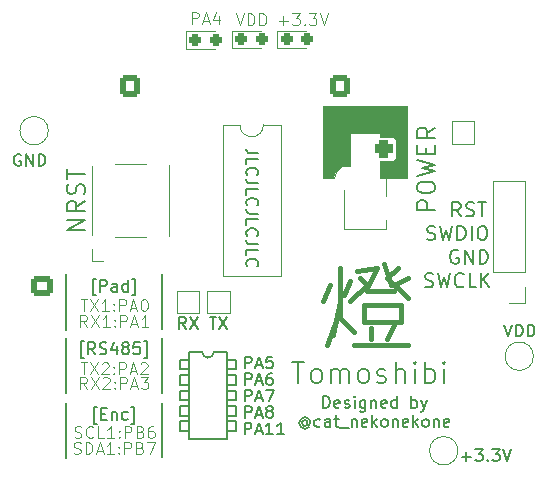
<source format=gbr>
%TF.GenerationSoftware,KiCad,Pcbnew,(6.0.11)*%
%TF.CreationDate,2024-03-01T02:38:12+09:00*%
%TF.ProjectId,Encoder,456e636f-6465-4722-9e6b-696361645f70,rev?*%
%TF.SameCoordinates,Original*%
%TF.FileFunction,Legend,Top*%
%TF.FilePolarity,Positive*%
%FSLAX46Y46*%
G04 Gerber Fmt 4.6, Leading zero omitted, Abs format (unit mm)*
G04 Created by KiCad (PCBNEW (6.0.11)) date 2024-03-01 02:38:12*
%MOMM*%
%LPD*%
G01*
G04 APERTURE LIST*
G04 Aperture macros list*
%AMRoundRect*
0 Rectangle with rounded corners*
0 $1 Rounding radius*
0 $2 $3 $4 $5 $6 $7 $8 $9 X,Y pos of 4 corners*
0 Add a 4 corners polygon primitive as box body*
4,1,4,$2,$3,$4,$5,$6,$7,$8,$9,$2,$3,0*
0 Add four circle primitives for the rounded corners*
1,1,$1+$1,$2,$3*
1,1,$1+$1,$4,$5*
1,1,$1+$1,$6,$7*
1,1,$1+$1,$8,$9*
0 Add four rect primitives between the rounded corners*
20,1,$1+$1,$2,$3,$4,$5,0*
20,1,$1+$1,$4,$5,$6,$7,0*
20,1,$1+$1,$6,$7,$8,$9,0*
20,1,$1+$1,$8,$9,$2,$3,0*%
G04 Aperture macros list end*
%ADD10C,0.150000*%
%ADD11C,0.130000*%
%ADD12C,0.200000*%
%ADD13C,0.120000*%
%ADD14C,0.420000*%
%ADD15C,0.160000*%
%ADD16C,0.210000*%
%ADD17C,2.000000*%
%ADD18RoundRect,0.237500X-0.287500X-0.237500X0.287500X-0.237500X0.287500X0.237500X-0.287500X0.237500X0*%
%ADD19R,1.700000X1.700000*%
%ADD20O,1.700000X1.700000*%
%ADD21R,1.500000X1.500000*%
%ADD22R,1.400000X1.600000*%
%ADD23R,2.000000X1.780000*%
%ADD24RoundRect,0.381000X-0.381000X-0.381000X0.381000X-0.381000X0.381000X0.381000X-0.381000X0.381000X0*%
%ADD25C,1.524000*%
%ADD26RoundRect,0.250000X-0.600000X-0.675000X0.600000X-0.675000X0.600000X0.675000X-0.600000X0.675000X0*%
%ADD27O,1.700000X1.850000*%
%ADD28RoundRect,0.250000X0.675000X-0.600000X0.675000X0.600000X-0.675000X0.600000X-0.675000X-0.600000X0*%
%ADD29O,1.850000X1.700000*%
G04 APERTURE END LIST*
D10*
X135800000Y-107800000D02*
X136900000Y-107800000D01*
X137700000Y-111900000D02*
X136900000Y-111900000D01*
X136900000Y-111900000D02*
X136900000Y-111100000D01*
X136900000Y-111100000D02*
X137700000Y-111100000D01*
X137700000Y-111100000D02*
X137700000Y-111900000D01*
X137700000Y-110600000D02*
X136900000Y-110600000D01*
X136900000Y-110600000D02*
X136900000Y-109800000D01*
X136900000Y-109800000D02*
X137700000Y-109800000D01*
X137700000Y-109800000D02*
X137700000Y-110600000D01*
X133700000Y-115200000D02*
X136900000Y-115200000D01*
X133700000Y-110600000D02*
X132900000Y-110600000D01*
X132900000Y-110600000D02*
X132900000Y-109800000D01*
X132900000Y-109800000D02*
X133700000Y-109800000D01*
X133700000Y-109800000D02*
X133700000Y-110600000D01*
X131400000Y-101250000D02*
X131400000Y-105900000D01*
X137700000Y-113200000D02*
X136900000Y-113200000D01*
X136900000Y-113200000D02*
X136900000Y-112400000D01*
X136900000Y-112400000D02*
X137700000Y-112400000D01*
X137700000Y-112400000D02*
X137700000Y-113200000D01*
X137700000Y-114500000D02*
X136900000Y-114500000D01*
X136900000Y-114500000D02*
X136900000Y-113700000D01*
X136900000Y-113700000D02*
X137700000Y-113700000D01*
X137700000Y-113700000D02*
X137700000Y-114500000D01*
X133700000Y-113200000D02*
X132900000Y-113200000D01*
X132900000Y-113200000D02*
X132900000Y-112400000D01*
X132900000Y-112400000D02*
X133700000Y-112400000D01*
X133700000Y-112400000D02*
X133700000Y-113200000D01*
X131400000Y-112100000D02*
X131400000Y-116750000D01*
X136900000Y-107800000D02*
X136900000Y-115200000D01*
X133700000Y-109300000D02*
X132900000Y-109300000D01*
X132900000Y-109300000D02*
X132900000Y-108500000D01*
X132900000Y-108500000D02*
X133700000Y-108500000D01*
X133700000Y-108500000D02*
X133700000Y-109300000D01*
X137700000Y-109300000D02*
X136900000Y-109300000D01*
X136900000Y-109300000D02*
X136900000Y-108500000D01*
X136900000Y-108500000D02*
X137700000Y-108500000D01*
X137700000Y-108500000D02*
X137700000Y-109300000D01*
X133700000Y-114500000D02*
X132900000Y-114500000D01*
X132900000Y-114500000D02*
X132900000Y-113700000D01*
X132900000Y-113700000D02*
X133700000Y-113700000D01*
X133700000Y-113700000D02*
X133700000Y-114500000D01*
X133700000Y-107800000D02*
X133700000Y-115200000D01*
X134800000Y-107800000D02*
G75*
G03*
X135800000Y-107800000I500000J0D01*
G01*
X133700000Y-111900000D02*
X132900000Y-111900000D01*
X132900000Y-111900000D02*
X132900000Y-111100000D01*
X132900000Y-111100000D02*
X133700000Y-111100000D01*
X133700000Y-111100000D02*
X133700000Y-111900000D01*
X131400000Y-106600000D02*
X131400000Y-111250000D01*
X123250000Y-101250000D02*
X123250000Y-105950000D01*
X133700000Y-107800000D02*
X134800000Y-107800000D01*
X123250000Y-106600000D02*
X123250000Y-111300000D01*
X123250000Y-112100000D02*
X123250000Y-116800000D01*
D11*
X135438095Y-104852380D02*
X136009523Y-104852380D01*
X135723809Y-105852380D02*
X135723809Y-104852380D01*
X136247619Y-104852380D02*
X136914285Y-105852380D01*
X136914285Y-104852380D02*
X136247619Y-105852380D01*
X145056666Y-112547380D02*
X145056666Y-111547380D01*
X145294761Y-111547380D01*
X145437619Y-111595000D01*
X145532857Y-111690238D01*
X145580476Y-111785476D01*
X145628095Y-111975952D01*
X145628095Y-112118809D01*
X145580476Y-112309285D01*
X145532857Y-112404523D01*
X145437619Y-112499761D01*
X145294761Y-112547380D01*
X145056666Y-112547380D01*
X146437619Y-112499761D02*
X146342380Y-112547380D01*
X146151904Y-112547380D01*
X146056666Y-112499761D01*
X146009047Y-112404523D01*
X146009047Y-112023571D01*
X146056666Y-111928333D01*
X146151904Y-111880714D01*
X146342380Y-111880714D01*
X146437619Y-111928333D01*
X146485238Y-112023571D01*
X146485238Y-112118809D01*
X146009047Y-112214047D01*
X146866190Y-112499761D02*
X146961428Y-112547380D01*
X147151904Y-112547380D01*
X147247142Y-112499761D01*
X147294761Y-112404523D01*
X147294761Y-112356904D01*
X147247142Y-112261666D01*
X147151904Y-112214047D01*
X147009047Y-112214047D01*
X146913809Y-112166428D01*
X146866190Y-112071190D01*
X146866190Y-112023571D01*
X146913809Y-111928333D01*
X147009047Y-111880714D01*
X147151904Y-111880714D01*
X147247142Y-111928333D01*
X147723333Y-112547380D02*
X147723333Y-111880714D01*
X147723333Y-111547380D02*
X147675714Y-111595000D01*
X147723333Y-111642619D01*
X147770952Y-111595000D01*
X147723333Y-111547380D01*
X147723333Y-111642619D01*
X148628095Y-111880714D02*
X148628095Y-112690238D01*
X148580476Y-112785476D01*
X148532857Y-112833095D01*
X148437619Y-112880714D01*
X148294761Y-112880714D01*
X148199523Y-112833095D01*
X148628095Y-112499761D02*
X148532857Y-112547380D01*
X148342380Y-112547380D01*
X148247142Y-112499761D01*
X148199523Y-112452142D01*
X148151904Y-112356904D01*
X148151904Y-112071190D01*
X148199523Y-111975952D01*
X148247142Y-111928333D01*
X148342380Y-111880714D01*
X148532857Y-111880714D01*
X148628095Y-111928333D01*
X149104285Y-111880714D02*
X149104285Y-112547380D01*
X149104285Y-111975952D02*
X149151904Y-111928333D01*
X149247142Y-111880714D01*
X149390000Y-111880714D01*
X149485238Y-111928333D01*
X149532857Y-112023571D01*
X149532857Y-112547380D01*
X150390000Y-112499761D02*
X150294761Y-112547380D01*
X150104285Y-112547380D01*
X150009047Y-112499761D01*
X149961428Y-112404523D01*
X149961428Y-112023571D01*
X150009047Y-111928333D01*
X150104285Y-111880714D01*
X150294761Y-111880714D01*
X150390000Y-111928333D01*
X150437619Y-112023571D01*
X150437619Y-112118809D01*
X149961428Y-112214047D01*
X151294761Y-112547380D02*
X151294761Y-111547380D01*
X151294761Y-112499761D02*
X151199523Y-112547380D01*
X151009047Y-112547380D01*
X150913809Y-112499761D01*
X150866190Y-112452142D01*
X150818571Y-112356904D01*
X150818571Y-112071190D01*
X150866190Y-111975952D01*
X150913809Y-111928333D01*
X151009047Y-111880714D01*
X151199523Y-111880714D01*
X151294761Y-111928333D01*
X152532857Y-112547380D02*
X152532857Y-111547380D01*
X152532857Y-111928333D02*
X152628095Y-111880714D01*
X152818571Y-111880714D01*
X152913809Y-111928333D01*
X152961428Y-111975952D01*
X153009047Y-112071190D01*
X153009047Y-112356904D01*
X152961428Y-112452142D01*
X152913809Y-112499761D01*
X152818571Y-112547380D01*
X152628095Y-112547380D01*
X152532857Y-112499761D01*
X153342380Y-111880714D02*
X153580476Y-112547380D01*
X153818571Y-111880714D02*
X153580476Y-112547380D01*
X153485238Y-112785476D01*
X153437619Y-112833095D01*
X153342380Y-112880714D01*
X143699523Y-113681190D02*
X143651904Y-113633571D01*
X143556666Y-113585952D01*
X143461428Y-113585952D01*
X143366190Y-113633571D01*
X143318571Y-113681190D01*
X143270952Y-113776428D01*
X143270952Y-113871666D01*
X143318571Y-113966904D01*
X143366190Y-114014523D01*
X143461428Y-114062142D01*
X143556666Y-114062142D01*
X143651904Y-114014523D01*
X143699523Y-113966904D01*
X143699523Y-113585952D02*
X143699523Y-113966904D01*
X143747142Y-114014523D01*
X143794761Y-114014523D01*
X143890000Y-113966904D01*
X143937619Y-113871666D01*
X143937619Y-113633571D01*
X143842380Y-113490714D01*
X143699523Y-113395476D01*
X143509047Y-113347857D01*
X143318571Y-113395476D01*
X143175714Y-113490714D01*
X143080476Y-113633571D01*
X143032857Y-113824047D01*
X143080476Y-114014523D01*
X143175714Y-114157380D01*
X143318571Y-114252619D01*
X143509047Y-114300238D01*
X143699523Y-114252619D01*
X143842380Y-114157380D01*
X144794761Y-114109761D02*
X144699523Y-114157380D01*
X144509047Y-114157380D01*
X144413809Y-114109761D01*
X144366190Y-114062142D01*
X144318571Y-113966904D01*
X144318571Y-113681190D01*
X144366190Y-113585952D01*
X144413809Y-113538333D01*
X144509047Y-113490714D01*
X144699523Y-113490714D01*
X144794761Y-113538333D01*
X145651904Y-114157380D02*
X145651904Y-113633571D01*
X145604285Y-113538333D01*
X145509047Y-113490714D01*
X145318571Y-113490714D01*
X145223333Y-113538333D01*
X145651904Y-114109761D02*
X145556666Y-114157380D01*
X145318571Y-114157380D01*
X145223333Y-114109761D01*
X145175714Y-114014523D01*
X145175714Y-113919285D01*
X145223333Y-113824047D01*
X145318571Y-113776428D01*
X145556666Y-113776428D01*
X145651904Y-113728809D01*
X145985238Y-113490714D02*
X146366190Y-113490714D01*
X146128095Y-113157380D02*
X146128095Y-114014523D01*
X146175714Y-114109761D01*
X146270952Y-114157380D01*
X146366190Y-114157380D01*
X146461428Y-114252619D02*
X147223333Y-114252619D01*
X147461428Y-113490714D02*
X147461428Y-114157380D01*
X147461428Y-113585952D02*
X147509047Y-113538333D01*
X147604285Y-113490714D01*
X147747142Y-113490714D01*
X147842380Y-113538333D01*
X147890000Y-113633571D01*
X147890000Y-114157380D01*
X148747142Y-114109761D02*
X148651904Y-114157380D01*
X148461428Y-114157380D01*
X148366190Y-114109761D01*
X148318571Y-114014523D01*
X148318571Y-113633571D01*
X148366190Y-113538333D01*
X148461428Y-113490714D01*
X148651904Y-113490714D01*
X148747142Y-113538333D01*
X148794761Y-113633571D01*
X148794761Y-113728809D01*
X148318571Y-113824047D01*
X149223333Y-114157380D02*
X149223333Y-113157380D01*
X149318571Y-113776428D02*
X149604285Y-114157380D01*
X149604285Y-113490714D02*
X149223333Y-113871666D01*
X150175714Y-114157380D02*
X150080476Y-114109761D01*
X150032857Y-114062142D01*
X149985238Y-113966904D01*
X149985238Y-113681190D01*
X150032857Y-113585952D01*
X150080476Y-113538333D01*
X150175714Y-113490714D01*
X150318571Y-113490714D01*
X150413809Y-113538333D01*
X150461428Y-113585952D01*
X150509047Y-113681190D01*
X150509047Y-113966904D01*
X150461428Y-114062142D01*
X150413809Y-114109761D01*
X150318571Y-114157380D01*
X150175714Y-114157380D01*
X150937619Y-113490714D02*
X150937619Y-114157380D01*
X150937619Y-113585952D02*
X150985238Y-113538333D01*
X151080476Y-113490714D01*
X151223333Y-113490714D01*
X151318571Y-113538333D01*
X151366190Y-113633571D01*
X151366190Y-114157380D01*
X152223333Y-114109761D02*
X152128095Y-114157380D01*
X151937619Y-114157380D01*
X151842380Y-114109761D01*
X151794761Y-114014523D01*
X151794761Y-113633571D01*
X151842380Y-113538333D01*
X151937619Y-113490714D01*
X152128095Y-113490714D01*
X152223333Y-113538333D01*
X152270952Y-113633571D01*
X152270952Y-113728809D01*
X151794761Y-113824047D01*
X152699523Y-114157380D02*
X152699523Y-113157380D01*
X152794761Y-113776428D02*
X153080476Y-114157380D01*
X153080476Y-113490714D02*
X152699523Y-113871666D01*
X153651904Y-114157380D02*
X153556666Y-114109761D01*
X153509047Y-114062142D01*
X153461428Y-113966904D01*
X153461428Y-113681190D01*
X153509047Y-113585952D01*
X153556666Y-113538333D01*
X153651904Y-113490714D01*
X153794761Y-113490714D01*
X153890000Y-113538333D01*
X153937619Y-113585952D01*
X153985238Y-113681190D01*
X153985238Y-113966904D01*
X153937619Y-114062142D01*
X153890000Y-114109761D01*
X153794761Y-114157380D01*
X153651904Y-114157380D01*
X154413809Y-113490714D02*
X154413809Y-114157380D01*
X154413809Y-113585952D02*
X154461428Y-113538333D01*
X154556666Y-113490714D01*
X154699523Y-113490714D01*
X154794761Y-113538333D01*
X154842380Y-113633571D01*
X154842380Y-114157380D01*
X155699523Y-114109761D02*
X155604285Y-114157380D01*
X155413809Y-114157380D01*
X155318571Y-114109761D01*
X155270952Y-114014523D01*
X155270952Y-113633571D01*
X155318571Y-113538333D01*
X155413809Y-113490714D01*
X155604285Y-113490714D01*
X155699523Y-113538333D01*
X155747142Y-113633571D01*
X155747142Y-113728809D01*
X155270952Y-113824047D01*
X124802380Y-108335714D02*
X124564285Y-108335714D01*
X124564285Y-106907142D01*
X124802380Y-106907142D01*
X125754761Y-108002380D02*
X125421428Y-107526190D01*
X125183333Y-108002380D02*
X125183333Y-107002380D01*
X125564285Y-107002380D01*
X125659523Y-107050000D01*
X125707142Y-107097619D01*
X125754761Y-107192857D01*
X125754761Y-107335714D01*
X125707142Y-107430952D01*
X125659523Y-107478571D01*
X125564285Y-107526190D01*
X125183333Y-107526190D01*
X126135714Y-107954761D02*
X126278571Y-108002380D01*
X126516666Y-108002380D01*
X126611904Y-107954761D01*
X126659523Y-107907142D01*
X126707142Y-107811904D01*
X126707142Y-107716666D01*
X126659523Y-107621428D01*
X126611904Y-107573809D01*
X126516666Y-107526190D01*
X126326190Y-107478571D01*
X126230952Y-107430952D01*
X126183333Y-107383333D01*
X126135714Y-107288095D01*
X126135714Y-107192857D01*
X126183333Y-107097619D01*
X126230952Y-107050000D01*
X126326190Y-107002380D01*
X126564285Y-107002380D01*
X126707142Y-107050000D01*
X127564285Y-107335714D02*
X127564285Y-108002380D01*
X127326190Y-106954761D02*
X127088095Y-107669047D01*
X127707142Y-107669047D01*
X128230952Y-107430952D02*
X128135714Y-107383333D01*
X128088095Y-107335714D01*
X128040476Y-107240476D01*
X128040476Y-107192857D01*
X128088095Y-107097619D01*
X128135714Y-107050000D01*
X128230952Y-107002380D01*
X128421428Y-107002380D01*
X128516666Y-107050000D01*
X128564285Y-107097619D01*
X128611904Y-107192857D01*
X128611904Y-107240476D01*
X128564285Y-107335714D01*
X128516666Y-107383333D01*
X128421428Y-107430952D01*
X128230952Y-107430952D01*
X128135714Y-107478571D01*
X128088095Y-107526190D01*
X128040476Y-107621428D01*
X128040476Y-107811904D01*
X128088095Y-107907142D01*
X128135714Y-107954761D01*
X128230952Y-108002380D01*
X128421428Y-108002380D01*
X128516666Y-107954761D01*
X128564285Y-107907142D01*
X128611904Y-107811904D01*
X128611904Y-107621428D01*
X128564285Y-107526190D01*
X128516666Y-107478571D01*
X128421428Y-107430952D01*
X129516666Y-107002380D02*
X129040476Y-107002380D01*
X128992857Y-107478571D01*
X129040476Y-107430952D01*
X129135714Y-107383333D01*
X129373809Y-107383333D01*
X129469047Y-107430952D01*
X129516666Y-107478571D01*
X129564285Y-107573809D01*
X129564285Y-107811904D01*
X129516666Y-107907142D01*
X129469047Y-107954761D01*
X129373809Y-108002380D01*
X129135714Y-108002380D01*
X129040476Y-107954761D01*
X128992857Y-107907142D01*
X129897619Y-108335714D02*
X130135714Y-108335714D01*
X130135714Y-106907142D01*
X129897619Y-106907142D01*
X119438095Y-91100000D02*
X119342857Y-91052380D01*
X119200000Y-91052380D01*
X119057142Y-91100000D01*
X118961904Y-91195238D01*
X118914285Y-91290476D01*
X118866666Y-91480952D01*
X118866666Y-91623809D01*
X118914285Y-91814285D01*
X118961904Y-91909523D01*
X119057142Y-92004761D01*
X119200000Y-92052380D01*
X119295238Y-92052380D01*
X119438095Y-92004761D01*
X119485714Y-91957142D01*
X119485714Y-91623809D01*
X119295238Y-91623809D01*
X119914285Y-92052380D02*
X119914285Y-91052380D01*
X120485714Y-92052380D01*
X120485714Y-91052380D01*
X120961904Y-92052380D02*
X120961904Y-91052380D01*
X121200000Y-91052380D01*
X121342857Y-91100000D01*
X121438095Y-91195238D01*
X121485714Y-91290476D01*
X121533333Y-91480952D01*
X121533333Y-91623809D01*
X121485714Y-91814285D01*
X121438095Y-91909523D01*
X121342857Y-92004761D01*
X121200000Y-92052380D01*
X120961904Y-92052380D01*
X133433333Y-105852380D02*
X133100000Y-105376190D01*
X132861904Y-105852380D02*
X132861904Y-104852380D01*
X133242857Y-104852380D01*
X133338095Y-104900000D01*
X133385714Y-104947619D01*
X133433333Y-105042857D01*
X133433333Y-105185714D01*
X133385714Y-105280952D01*
X133338095Y-105328571D01*
X133242857Y-105376190D01*
X132861904Y-105376190D01*
X133766666Y-104852380D02*
X134433333Y-105852380D01*
X134433333Y-104852380D02*
X133766666Y-105852380D01*
D12*
X124878571Y-97464285D02*
X123378571Y-97464285D01*
X124878571Y-96607142D01*
X123378571Y-96607142D01*
X124878571Y-95035714D02*
X124164285Y-95535714D01*
X124878571Y-95892857D02*
X123378571Y-95892857D01*
X123378571Y-95321428D01*
X123450000Y-95178571D01*
X123521428Y-95107142D01*
X123664285Y-95035714D01*
X123878571Y-95035714D01*
X124021428Y-95107142D01*
X124092857Y-95178571D01*
X124164285Y-95321428D01*
X124164285Y-95892857D01*
X124807142Y-94464285D02*
X124878571Y-94250000D01*
X124878571Y-93892857D01*
X124807142Y-93750000D01*
X124735714Y-93678571D01*
X124592857Y-93607142D01*
X124450000Y-93607142D01*
X124307142Y-93678571D01*
X124235714Y-93750000D01*
X124164285Y-93892857D01*
X124092857Y-94178571D01*
X124021428Y-94321428D01*
X123950000Y-94392857D01*
X123807142Y-94464285D01*
X123664285Y-94464285D01*
X123521428Y-94392857D01*
X123450000Y-94321428D01*
X123378571Y-94178571D01*
X123378571Y-93821428D01*
X123450000Y-93607142D01*
X123378571Y-93178571D02*
X123378571Y-92321428D01*
X124878571Y-92750000D02*
X123378571Y-92750000D01*
D13*
X124519047Y-103352380D02*
X125090476Y-103352380D01*
X124804761Y-104352380D02*
X124804761Y-103352380D01*
X125328571Y-103352380D02*
X125995238Y-104352380D01*
X125995238Y-103352380D02*
X125328571Y-104352380D01*
X126900000Y-104352380D02*
X126328571Y-104352380D01*
X126614285Y-104352380D02*
X126614285Y-103352380D01*
X126519047Y-103495238D01*
X126423809Y-103590476D01*
X126328571Y-103638095D01*
X127328571Y-104257142D02*
X127376190Y-104304761D01*
X127328571Y-104352380D01*
X127280952Y-104304761D01*
X127328571Y-104257142D01*
X127328571Y-104352380D01*
X127328571Y-103733333D02*
X127376190Y-103780952D01*
X127328571Y-103828571D01*
X127280952Y-103780952D01*
X127328571Y-103733333D01*
X127328571Y-103828571D01*
X127804761Y-104352380D02*
X127804761Y-103352380D01*
X128185714Y-103352380D01*
X128280952Y-103400000D01*
X128328571Y-103447619D01*
X128376190Y-103542857D01*
X128376190Y-103685714D01*
X128328571Y-103780952D01*
X128280952Y-103828571D01*
X128185714Y-103876190D01*
X127804761Y-103876190D01*
X128757142Y-104066666D02*
X129233333Y-104066666D01*
X128661904Y-104352380D02*
X128995238Y-103352380D01*
X129328571Y-104352380D01*
X129852380Y-103352380D02*
X129947619Y-103352380D01*
X130042857Y-103400000D01*
X130090476Y-103447619D01*
X130138095Y-103542857D01*
X130185714Y-103733333D01*
X130185714Y-103971428D01*
X130138095Y-104161904D01*
X130090476Y-104257142D01*
X130042857Y-104304761D01*
X129947619Y-104352380D01*
X129852380Y-104352380D01*
X129757142Y-104304761D01*
X129709523Y-104257142D01*
X129661904Y-104161904D01*
X129614285Y-103971428D01*
X129614285Y-103733333D01*
X129661904Y-103542857D01*
X129709523Y-103447619D01*
X129757142Y-103400000D01*
X129852380Y-103352380D01*
X123945238Y-116404761D02*
X124088095Y-116452380D01*
X124326190Y-116452380D01*
X124421428Y-116404761D01*
X124469047Y-116357142D01*
X124516666Y-116261904D01*
X124516666Y-116166666D01*
X124469047Y-116071428D01*
X124421428Y-116023809D01*
X124326190Y-115976190D01*
X124135714Y-115928571D01*
X124040476Y-115880952D01*
X123992857Y-115833333D01*
X123945238Y-115738095D01*
X123945238Y-115642857D01*
X123992857Y-115547619D01*
X124040476Y-115500000D01*
X124135714Y-115452380D01*
X124373809Y-115452380D01*
X124516666Y-115500000D01*
X124945238Y-116452380D02*
X124945238Y-115452380D01*
X125183333Y-115452380D01*
X125326190Y-115500000D01*
X125421428Y-115595238D01*
X125469047Y-115690476D01*
X125516666Y-115880952D01*
X125516666Y-116023809D01*
X125469047Y-116214285D01*
X125421428Y-116309523D01*
X125326190Y-116404761D01*
X125183333Y-116452380D01*
X124945238Y-116452380D01*
X125897619Y-116166666D02*
X126373809Y-116166666D01*
X125802380Y-116452380D02*
X126135714Y-115452380D01*
X126469047Y-116452380D01*
X127326190Y-116452380D02*
X126754761Y-116452380D01*
X127040476Y-116452380D02*
X127040476Y-115452380D01*
X126945238Y-115595238D01*
X126850000Y-115690476D01*
X126754761Y-115738095D01*
X127754761Y-116357142D02*
X127802380Y-116404761D01*
X127754761Y-116452380D01*
X127707142Y-116404761D01*
X127754761Y-116357142D01*
X127754761Y-116452380D01*
X127754761Y-115833333D02*
X127802380Y-115880952D01*
X127754761Y-115928571D01*
X127707142Y-115880952D01*
X127754761Y-115833333D01*
X127754761Y-115928571D01*
X128230952Y-116452380D02*
X128230952Y-115452380D01*
X128611904Y-115452380D01*
X128707142Y-115500000D01*
X128754761Y-115547619D01*
X128802380Y-115642857D01*
X128802380Y-115785714D01*
X128754761Y-115880952D01*
X128707142Y-115928571D01*
X128611904Y-115976190D01*
X128230952Y-115976190D01*
X129564285Y-115928571D02*
X129707142Y-115976190D01*
X129754761Y-116023809D01*
X129802380Y-116119047D01*
X129802380Y-116261904D01*
X129754761Y-116357142D01*
X129707142Y-116404761D01*
X129611904Y-116452380D01*
X129230952Y-116452380D01*
X129230952Y-115452380D01*
X129564285Y-115452380D01*
X129659523Y-115500000D01*
X129707142Y-115547619D01*
X129754761Y-115642857D01*
X129754761Y-115738095D01*
X129707142Y-115833333D01*
X129659523Y-115880952D01*
X129564285Y-115928571D01*
X129230952Y-115928571D01*
X130135714Y-115452380D02*
X130802380Y-115452380D01*
X130373809Y-116452380D01*
X124519047Y-108702380D02*
X125090476Y-108702380D01*
X124804761Y-109702380D02*
X124804761Y-108702380D01*
X125328571Y-108702380D02*
X125995238Y-109702380D01*
X125995238Y-108702380D02*
X125328571Y-109702380D01*
X126328571Y-108797619D02*
X126376190Y-108750000D01*
X126471428Y-108702380D01*
X126709523Y-108702380D01*
X126804761Y-108750000D01*
X126852380Y-108797619D01*
X126900000Y-108892857D01*
X126900000Y-108988095D01*
X126852380Y-109130952D01*
X126280952Y-109702380D01*
X126900000Y-109702380D01*
X127328571Y-109607142D02*
X127376190Y-109654761D01*
X127328571Y-109702380D01*
X127280952Y-109654761D01*
X127328571Y-109607142D01*
X127328571Y-109702380D01*
X127328571Y-109083333D02*
X127376190Y-109130952D01*
X127328571Y-109178571D01*
X127280952Y-109130952D01*
X127328571Y-109083333D01*
X127328571Y-109178571D01*
X127804761Y-109702380D02*
X127804761Y-108702380D01*
X128185714Y-108702380D01*
X128280952Y-108750000D01*
X128328571Y-108797619D01*
X128376190Y-108892857D01*
X128376190Y-109035714D01*
X128328571Y-109130952D01*
X128280952Y-109178571D01*
X128185714Y-109226190D01*
X127804761Y-109226190D01*
X128757142Y-109416666D02*
X129233333Y-109416666D01*
X128661904Y-109702380D02*
X128995238Y-108702380D01*
X129328571Y-109702380D01*
X129614285Y-108797619D02*
X129661904Y-108750000D01*
X129757142Y-108702380D01*
X129995238Y-108702380D01*
X130090476Y-108750000D01*
X130138095Y-108797619D01*
X130185714Y-108892857D01*
X130185714Y-108988095D01*
X130138095Y-109130952D01*
X129566666Y-109702380D01*
X130185714Y-109702380D01*
D11*
X138433333Y-113402380D02*
X138433333Y-112402380D01*
X138814285Y-112402380D01*
X138909523Y-112450000D01*
X138957142Y-112497619D01*
X139004761Y-112592857D01*
X139004761Y-112735714D01*
X138957142Y-112830952D01*
X138909523Y-112878571D01*
X138814285Y-112926190D01*
X138433333Y-112926190D01*
X139385714Y-113116666D02*
X139861904Y-113116666D01*
X139290476Y-113402380D02*
X139623809Y-112402380D01*
X139957142Y-113402380D01*
X140433333Y-112830952D02*
X140338095Y-112783333D01*
X140290476Y-112735714D01*
X140242857Y-112640476D01*
X140242857Y-112592857D01*
X140290476Y-112497619D01*
X140338095Y-112450000D01*
X140433333Y-112402380D01*
X140623809Y-112402380D01*
X140719047Y-112450000D01*
X140766666Y-112497619D01*
X140814285Y-112592857D01*
X140814285Y-112640476D01*
X140766666Y-112735714D01*
X140719047Y-112783333D01*
X140623809Y-112830952D01*
X140433333Y-112830952D01*
X140338095Y-112878571D01*
X140290476Y-112926190D01*
X140242857Y-113021428D01*
X140242857Y-113211904D01*
X140290476Y-113307142D01*
X140338095Y-113354761D01*
X140433333Y-113402380D01*
X140623809Y-113402380D01*
X140719047Y-113354761D01*
X140766666Y-113307142D01*
X140814285Y-113211904D01*
X140814285Y-113021428D01*
X140766666Y-112926190D01*
X140719047Y-112878571D01*
X140623809Y-112830952D01*
D14*
X148787142Y-102682857D02*
X151072857Y-102682857D01*
X148501428Y-105254285D02*
X151644285Y-105254285D01*
X147644285Y-107254285D02*
X152215714Y-107254285D01*
X148501428Y-103825714D02*
X148501428Y-105254285D01*
X148501428Y-103825714D02*
X151644285Y-103825714D01*
X151644285Y-105254285D01*
X146501428Y-100682857D02*
X146501428Y-104968571D01*
X147644285Y-106111428D01*
X150501428Y-101540000D02*
X152215714Y-103254285D01*
X152215714Y-101540000D02*
X151072857Y-102111428D01*
X148215714Y-101540000D02*
X148787142Y-102111428D01*
X147358571Y-103540000D01*
X151358571Y-100682857D02*
X150501428Y-101540000D01*
X149072857Y-105825714D02*
X149072857Y-106682857D01*
X150215714Y-100397142D02*
X150787142Y-102111428D01*
X151072857Y-105540000D02*
X150501428Y-106682857D01*
X147358571Y-101825714D02*
X146787142Y-102968571D01*
X146215714Y-104968571D02*
X145358571Y-107254285D01*
X147930000Y-100968571D02*
X149644285Y-100682857D01*
X148787142Y-102397142D01*
X145644285Y-102111428D02*
X145072857Y-103540000D01*
X146501428Y-103540000D02*
X145930000Y-106397142D01*
D15*
X156485714Y-99200000D02*
X156371428Y-99142857D01*
X156200000Y-99142857D01*
X156028571Y-99200000D01*
X155914285Y-99314285D01*
X155857142Y-99428571D01*
X155800000Y-99657142D01*
X155800000Y-99828571D01*
X155857142Y-100057142D01*
X155914285Y-100171428D01*
X156028571Y-100285714D01*
X156200000Y-100342857D01*
X156314285Y-100342857D01*
X156485714Y-100285714D01*
X156542857Y-100228571D01*
X156542857Y-99828571D01*
X156314285Y-99828571D01*
X157057142Y-100342857D02*
X157057142Y-99142857D01*
X157742857Y-100342857D01*
X157742857Y-99142857D01*
X158314285Y-100342857D02*
X158314285Y-99142857D01*
X158600000Y-99142857D01*
X158771428Y-99200000D01*
X158885714Y-99314285D01*
X158942857Y-99428571D01*
X159000000Y-99657142D01*
X159000000Y-99828571D01*
X158942857Y-100057142D01*
X158885714Y-100171428D01*
X158771428Y-100285714D01*
X158600000Y-100342857D01*
X158314285Y-100342857D01*
D13*
X124019047Y-115054761D02*
X124161904Y-115102380D01*
X124400000Y-115102380D01*
X124495238Y-115054761D01*
X124542857Y-115007142D01*
X124590476Y-114911904D01*
X124590476Y-114816666D01*
X124542857Y-114721428D01*
X124495238Y-114673809D01*
X124400000Y-114626190D01*
X124209523Y-114578571D01*
X124114285Y-114530952D01*
X124066666Y-114483333D01*
X124019047Y-114388095D01*
X124019047Y-114292857D01*
X124066666Y-114197619D01*
X124114285Y-114150000D01*
X124209523Y-114102380D01*
X124447619Y-114102380D01*
X124590476Y-114150000D01*
X125590476Y-115007142D02*
X125542857Y-115054761D01*
X125400000Y-115102380D01*
X125304761Y-115102380D01*
X125161904Y-115054761D01*
X125066666Y-114959523D01*
X125019047Y-114864285D01*
X124971428Y-114673809D01*
X124971428Y-114530952D01*
X125019047Y-114340476D01*
X125066666Y-114245238D01*
X125161904Y-114150000D01*
X125304761Y-114102380D01*
X125400000Y-114102380D01*
X125542857Y-114150000D01*
X125590476Y-114197619D01*
X126495238Y-115102380D02*
X126019047Y-115102380D01*
X126019047Y-114102380D01*
X127352380Y-115102380D02*
X126780952Y-115102380D01*
X127066666Y-115102380D02*
X127066666Y-114102380D01*
X126971428Y-114245238D01*
X126876190Y-114340476D01*
X126780952Y-114388095D01*
X127780952Y-115007142D02*
X127828571Y-115054761D01*
X127780952Y-115102380D01*
X127733333Y-115054761D01*
X127780952Y-115007142D01*
X127780952Y-115102380D01*
X127780952Y-114483333D02*
X127828571Y-114530952D01*
X127780952Y-114578571D01*
X127733333Y-114530952D01*
X127780952Y-114483333D01*
X127780952Y-114578571D01*
X128257142Y-115102380D02*
X128257142Y-114102380D01*
X128638095Y-114102380D01*
X128733333Y-114150000D01*
X128780952Y-114197619D01*
X128828571Y-114292857D01*
X128828571Y-114435714D01*
X128780952Y-114530952D01*
X128733333Y-114578571D01*
X128638095Y-114626190D01*
X128257142Y-114626190D01*
X129590476Y-114578571D02*
X129733333Y-114626190D01*
X129780952Y-114673809D01*
X129828571Y-114769047D01*
X129828571Y-114911904D01*
X129780952Y-115007142D01*
X129733333Y-115054761D01*
X129638095Y-115102380D01*
X129257142Y-115102380D01*
X129257142Y-114102380D01*
X129590476Y-114102380D01*
X129685714Y-114150000D01*
X129733333Y-114197619D01*
X129780952Y-114292857D01*
X129780952Y-114388095D01*
X129733333Y-114483333D01*
X129685714Y-114530952D01*
X129590476Y-114578571D01*
X129257142Y-114578571D01*
X130685714Y-114102380D02*
X130495238Y-114102380D01*
X130400000Y-114150000D01*
X130352380Y-114197619D01*
X130257142Y-114340476D01*
X130209523Y-114530952D01*
X130209523Y-114911904D01*
X130257142Y-115007142D01*
X130304761Y-115054761D01*
X130400000Y-115102380D01*
X130590476Y-115102380D01*
X130685714Y-115054761D01*
X130733333Y-115007142D01*
X130780952Y-114911904D01*
X130780952Y-114673809D01*
X130733333Y-114578571D01*
X130685714Y-114530952D01*
X130590476Y-114483333D01*
X130400000Y-114483333D01*
X130304761Y-114530952D01*
X130257142Y-114578571D01*
X130209523Y-114673809D01*
X141300000Y-79771428D02*
X142061904Y-79771428D01*
X141680952Y-80152380D02*
X141680952Y-79390476D01*
X142442857Y-79152380D02*
X143061904Y-79152380D01*
X142728571Y-79533333D01*
X142871428Y-79533333D01*
X142966666Y-79580952D01*
X143014285Y-79628571D01*
X143061904Y-79723809D01*
X143061904Y-79961904D01*
X143014285Y-80057142D01*
X142966666Y-80104761D01*
X142871428Y-80152380D01*
X142585714Y-80152380D01*
X142490476Y-80104761D01*
X142442857Y-80057142D01*
X143490476Y-80057142D02*
X143538095Y-80104761D01*
X143490476Y-80152380D01*
X143442857Y-80104761D01*
X143490476Y-80057142D01*
X143490476Y-80152380D01*
X143871428Y-79152380D02*
X144490476Y-79152380D01*
X144157142Y-79533333D01*
X144300000Y-79533333D01*
X144395238Y-79580952D01*
X144442857Y-79628571D01*
X144490476Y-79723809D01*
X144490476Y-79961904D01*
X144442857Y-80057142D01*
X144395238Y-80104761D01*
X144300000Y-80152380D01*
X144014285Y-80152380D01*
X143919047Y-80104761D01*
X143871428Y-80057142D01*
X144776190Y-79152380D02*
X145109523Y-80152380D01*
X145442857Y-79152380D01*
D12*
X154528571Y-95814285D02*
X153028571Y-95814285D01*
X153028571Y-95242857D01*
X153100000Y-95100000D01*
X153171428Y-95028571D01*
X153314285Y-94957142D01*
X153528571Y-94957142D01*
X153671428Y-95028571D01*
X153742857Y-95100000D01*
X153814285Y-95242857D01*
X153814285Y-95814285D01*
X153028571Y-94028571D02*
X153028571Y-93742857D01*
X153100000Y-93600000D01*
X153242857Y-93457142D01*
X153528571Y-93385714D01*
X154028571Y-93385714D01*
X154314285Y-93457142D01*
X154457142Y-93600000D01*
X154528571Y-93742857D01*
X154528571Y-94028571D01*
X154457142Y-94171428D01*
X154314285Y-94314285D01*
X154028571Y-94385714D01*
X153528571Y-94385714D01*
X153242857Y-94314285D01*
X153100000Y-94171428D01*
X153028571Y-94028571D01*
X153028571Y-92885714D02*
X154528571Y-92528571D01*
X153457142Y-92242857D01*
X154528571Y-91957142D01*
X153028571Y-91600000D01*
X153742857Y-91028571D02*
X153742857Y-90528571D01*
X154528571Y-90314285D02*
X154528571Y-91028571D01*
X153028571Y-91028571D01*
X153028571Y-90314285D01*
X154528571Y-88814285D02*
X153814285Y-89314285D01*
X154528571Y-89671428D02*
X153028571Y-89671428D01*
X153028571Y-89100000D01*
X153100000Y-88957142D01*
X153171428Y-88885714D01*
X153314285Y-88814285D01*
X153528571Y-88814285D01*
X153671428Y-88885714D01*
X153742857Y-88957142D01*
X153814285Y-89100000D01*
X153814285Y-89671428D01*
D11*
X138433333Y-110602380D02*
X138433333Y-109602380D01*
X138814285Y-109602380D01*
X138909523Y-109650000D01*
X138957142Y-109697619D01*
X139004761Y-109792857D01*
X139004761Y-109935714D01*
X138957142Y-110030952D01*
X138909523Y-110078571D01*
X138814285Y-110126190D01*
X138433333Y-110126190D01*
X139385714Y-110316666D02*
X139861904Y-110316666D01*
X139290476Y-110602380D02*
X139623809Y-109602380D01*
X139957142Y-110602380D01*
X140719047Y-109602380D02*
X140528571Y-109602380D01*
X140433333Y-109650000D01*
X140385714Y-109697619D01*
X140290476Y-109840476D01*
X140242857Y-110030952D01*
X140242857Y-110411904D01*
X140290476Y-110507142D01*
X140338095Y-110554761D01*
X140433333Y-110602380D01*
X140623809Y-110602380D01*
X140719047Y-110554761D01*
X140766666Y-110507142D01*
X140814285Y-110411904D01*
X140814285Y-110173809D01*
X140766666Y-110078571D01*
X140719047Y-110030952D01*
X140623809Y-109983333D01*
X140433333Y-109983333D01*
X140338095Y-110030952D01*
X140290476Y-110078571D01*
X140242857Y-110173809D01*
D15*
X156692857Y-96342857D02*
X156292857Y-95771428D01*
X156007142Y-96342857D02*
X156007142Y-95142857D01*
X156464285Y-95142857D01*
X156578571Y-95200000D01*
X156635714Y-95257142D01*
X156692857Y-95371428D01*
X156692857Y-95542857D01*
X156635714Y-95657142D01*
X156578571Y-95714285D01*
X156464285Y-95771428D01*
X156007142Y-95771428D01*
X157150000Y-96285714D02*
X157321428Y-96342857D01*
X157607142Y-96342857D01*
X157721428Y-96285714D01*
X157778571Y-96228571D01*
X157835714Y-96114285D01*
X157835714Y-96000000D01*
X157778571Y-95885714D01*
X157721428Y-95828571D01*
X157607142Y-95771428D01*
X157378571Y-95714285D01*
X157264285Y-95657142D01*
X157207142Y-95600000D01*
X157150000Y-95485714D01*
X157150000Y-95371428D01*
X157207142Y-95257142D01*
X157264285Y-95200000D01*
X157378571Y-95142857D01*
X157664285Y-95142857D01*
X157835714Y-95200000D01*
X158178571Y-95142857D02*
X158864285Y-95142857D01*
X158521428Y-96342857D02*
X158521428Y-95142857D01*
D13*
X125064285Y-110952380D02*
X124730952Y-110476190D01*
X124492857Y-110952380D02*
X124492857Y-109952380D01*
X124873809Y-109952380D01*
X124969047Y-110000000D01*
X125016666Y-110047619D01*
X125064285Y-110142857D01*
X125064285Y-110285714D01*
X125016666Y-110380952D01*
X124969047Y-110428571D01*
X124873809Y-110476190D01*
X124492857Y-110476190D01*
X125397619Y-109952380D02*
X126064285Y-110952380D01*
X126064285Y-109952380D02*
X125397619Y-110952380D01*
X126397619Y-110047619D02*
X126445238Y-110000000D01*
X126540476Y-109952380D01*
X126778571Y-109952380D01*
X126873809Y-110000000D01*
X126921428Y-110047619D01*
X126969047Y-110142857D01*
X126969047Y-110238095D01*
X126921428Y-110380952D01*
X126350000Y-110952380D01*
X126969047Y-110952380D01*
X127397619Y-110857142D02*
X127445238Y-110904761D01*
X127397619Y-110952380D01*
X127350000Y-110904761D01*
X127397619Y-110857142D01*
X127397619Y-110952380D01*
X127397619Y-110333333D02*
X127445238Y-110380952D01*
X127397619Y-110428571D01*
X127350000Y-110380952D01*
X127397619Y-110333333D01*
X127397619Y-110428571D01*
X127873809Y-110952380D02*
X127873809Y-109952380D01*
X128254761Y-109952380D01*
X128350000Y-110000000D01*
X128397619Y-110047619D01*
X128445238Y-110142857D01*
X128445238Y-110285714D01*
X128397619Y-110380952D01*
X128350000Y-110428571D01*
X128254761Y-110476190D01*
X127873809Y-110476190D01*
X128826190Y-110666666D02*
X129302380Y-110666666D01*
X128730952Y-110952380D02*
X129064285Y-109952380D01*
X129397619Y-110952380D01*
X129635714Y-109952380D02*
X130254761Y-109952380D01*
X129921428Y-110333333D01*
X130064285Y-110333333D01*
X130159523Y-110380952D01*
X130207142Y-110428571D01*
X130254761Y-110523809D01*
X130254761Y-110761904D01*
X130207142Y-110857142D01*
X130159523Y-110904761D01*
X130064285Y-110952380D01*
X129778571Y-110952380D01*
X129683333Y-110904761D01*
X129635714Y-110857142D01*
D11*
X160366666Y-105502380D02*
X160700000Y-106502380D01*
X161033333Y-105502380D01*
X161366666Y-106502380D02*
X161366666Y-105502380D01*
X161604761Y-105502380D01*
X161747619Y-105550000D01*
X161842857Y-105645238D01*
X161890476Y-105740476D01*
X161938095Y-105930952D01*
X161938095Y-106073809D01*
X161890476Y-106264285D01*
X161842857Y-106359523D01*
X161747619Y-106454761D01*
X161604761Y-106502380D01*
X161366666Y-106502380D01*
X162366666Y-106502380D02*
X162366666Y-105502380D01*
X162604761Y-105502380D01*
X162747619Y-105550000D01*
X162842857Y-105645238D01*
X162890476Y-105740476D01*
X162938095Y-105930952D01*
X162938095Y-106073809D01*
X162890476Y-106264285D01*
X162842857Y-106359523D01*
X162747619Y-106454761D01*
X162604761Y-106502380D01*
X162366666Y-106502380D01*
D15*
X153685714Y-102285714D02*
X153857142Y-102342857D01*
X154142857Y-102342857D01*
X154257142Y-102285714D01*
X154314285Y-102228571D01*
X154371428Y-102114285D01*
X154371428Y-102000000D01*
X154314285Y-101885714D01*
X154257142Y-101828571D01*
X154142857Y-101771428D01*
X153914285Y-101714285D01*
X153800000Y-101657142D01*
X153742857Y-101600000D01*
X153685714Y-101485714D01*
X153685714Y-101371428D01*
X153742857Y-101257142D01*
X153800000Y-101200000D01*
X153914285Y-101142857D01*
X154200000Y-101142857D01*
X154371428Y-101200000D01*
X154771428Y-101142857D02*
X155057142Y-102342857D01*
X155285714Y-101485714D01*
X155514285Y-102342857D01*
X155800000Y-101142857D01*
X156942857Y-102228571D02*
X156885714Y-102285714D01*
X156714285Y-102342857D01*
X156600000Y-102342857D01*
X156428571Y-102285714D01*
X156314285Y-102171428D01*
X156257142Y-102057142D01*
X156200000Y-101828571D01*
X156200000Y-101657142D01*
X156257142Y-101428571D01*
X156314285Y-101314285D01*
X156428571Y-101200000D01*
X156600000Y-101142857D01*
X156714285Y-101142857D01*
X156885714Y-101200000D01*
X156942857Y-101257142D01*
X158028571Y-102342857D02*
X157457142Y-102342857D01*
X157457142Y-101142857D01*
X158428571Y-102342857D02*
X158428571Y-101142857D01*
X159114285Y-102342857D02*
X158600000Y-101657142D01*
X159114285Y-101142857D02*
X158428571Y-101828571D01*
X153857142Y-98285714D02*
X154028571Y-98342857D01*
X154314285Y-98342857D01*
X154428571Y-98285714D01*
X154485714Y-98228571D01*
X154542857Y-98114285D01*
X154542857Y-98000000D01*
X154485714Y-97885714D01*
X154428571Y-97828571D01*
X154314285Y-97771428D01*
X154085714Y-97714285D01*
X153971428Y-97657142D01*
X153914285Y-97600000D01*
X153857142Y-97485714D01*
X153857142Y-97371428D01*
X153914285Y-97257142D01*
X153971428Y-97200000D01*
X154085714Y-97142857D01*
X154371428Y-97142857D01*
X154542857Y-97200000D01*
X154942857Y-97142857D02*
X155228571Y-98342857D01*
X155457142Y-97485714D01*
X155685714Y-98342857D01*
X155971428Y-97142857D01*
X156428571Y-98342857D02*
X156428571Y-97142857D01*
X156714285Y-97142857D01*
X156885714Y-97200000D01*
X157000000Y-97314285D01*
X157057142Y-97428571D01*
X157114285Y-97657142D01*
X157114285Y-97828571D01*
X157057142Y-98057142D01*
X157000000Y-98171428D01*
X156885714Y-98285714D01*
X156714285Y-98342857D01*
X156428571Y-98342857D01*
X157628571Y-98342857D02*
X157628571Y-97142857D01*
X158428571Y-97142857D02*
X158657142Y-97142857D01*
X158771428Y-97200000D01*
X158885714Y-97314285D01*
X158942857Y-97542857D01*
X158942857Y-97942857D01*
X158885714Y-98171428D01*
X158771428Y-98285714D01*
X158657142Y-98342857D01*
X158428571Y-98342857D01*
X158314285Y-98285714D01*
X158200000Y-98171428D01*
X158142857Y-97942857D01*
X158142857Y-97542857D01*
X158200000Y-97314285D01*
X158314285Y-97200000D01*
X158428571Y-97142857D01*
D16*
X142442857Y-108654285D02*
X143471428Y-108654285D01*
X142957142Y-110454285D02*
X142957142Y-108654285D01*
X144328571Y-110454285D02*
X144157142Y-110368571D01*
X144071428Y-110282857D01*
X143985714Y-110111428D01*
X143985714Y-109597142D01*
X144071428Y-109425714D01*
X144157142Y-109340000D01*
X144328571Y-109254285D01*
X144585714Y-109254285D01*
X144757142Y-109340000D01*
X144842857Y-109425714D01*
X144928571Y-109597142D01*
X144928571Y-110111428D01*
X144842857Y-110282857D01*
X144757142Y-110368571D01*
X144585714Y-110454285D01*
X144328571Y-110454285D01*
X145700000Y-110454285D02*
X145700000Y-109254285D01*
X145700000Y-109425714D02*
X145785714Y-109340000D01*
X145957142Y-109254285D01*
X146214285Y-109254285D01*
X146385714Y-109340000D01*
X146471428Y-109511428D01*
X146471428Y-110454285D01*
X146471428Y-109511428D02*
X146557142Y-109340000D01*
X146728571Y-109254285D01*
X146985714Y-109254285D01*
X147157142Y-109340000D01*
X147242857Y-109511428D01*
X147242857Y-110454285D01*
X148357142Y-110454285D02*
X148185714Y-110368571D01*
X148100000Y-110282857D01*
X148014285Y-110111428D01*
X148014285Y-109597142D01*
X148100000Y-109425714D01*
X148185714Y-109340000D01*
X148357142Y-109254285D01*
X148614285Y-109254285D01*
X148785714Y-109340000D01*
X148871428Y-109425714D01*
X148957142Y-109597142D01*
X148957142Y-110111428D01*
X148871428Y-110282857D01*
X148785714Y-110368571D01*
X148614285Y-110454285D01*
X148357142Y-110454285D01*
X149642857Y-110368571D02*
X149814285Y-110454285D01*
X150157142Y-110454285D01*
X150328571Y-110368571D01*
X150414285Y-110197142D01*
X150414285Y-110111428D01*
X150328571Y-109940000D01*
X150157142Y-109854285D01*
X149900000Y-109854285D01*
X149728571Y-109768571D01*
X149642857Y-109597142D01*
X149642857Y-109511428D01*
X149728571Y-109340000D01*
X149900000Y-109254285D01*
X150157142Y-109254285D01*
X150328571Y-109340000D01*
X151185714Y-110454285D02*
X151185714Y-108654285D01*
X151957142Y-110454285D02*
X151957142Y-109511428D01*
X151871428Y-109340000D01*
X151700000Y-109254285D01*
X151442857Y-109254285D01*
X151271428Y-109340000D01*
X151185714Y-109425714D01*
X152814285Y-110454285D02*
X152814285Y-109254285D01*
X152814285Y-108654285D02*
X152728571Y-108740000D01*
X152814285Y-108825714D01*
X152900000Y-108740000D01*
X152814285Y-108654285D01*
X152814285Y-108825714D01*
X153671428Y-110454285D02*
X153671428Y-108654285D01*
X153671428Y-109340000D02*
X153842857Y-109254285D01*
X154185714Y-109254285D01*
X154357142Y-109340000D01*
X154442857Y-109425714D01*
X154528571Y-109597142D01*
X154528571Y-110111428D01*
X154442857Y-110282857D01*
X154357142Y-110368571D01*
X154185714Y-110454285D01*
X153842857Y-110454285D01*
X153671428Y-110368571D01*
X155300000Y-110454285D02*
X155300000Y-109254285D01*
X155300000Y-108654285D02*
X155214285Y-108740000D01*
X155300000Y-108825714D01*
X155385714Y-108740000D01*
X155300000Y-108654285D01*
X155300000Y-108825714D01*
D11*
X138433333Y-109202380D02*
X138433333Y-108202380D01*
X138814285Y-108202380D01*
X138909523Y-108250000D01*
X138957142Y-108297619D01*
X139004761Y-108392857D01*
X139004761Y-108535714D01*
X138957142Y-108630952D01*
X138909523Y-108678571D01*
X138814285Y-108726190D01*
X138433333Y-108726190D01*
X139385714Y-108916666D02*
X139861904Y-108916666D01*
X139290476Y-109202380D02*
X139623809Y-108202380D01*
X139957142Y-109202380D01*
X140766666Y-108202380D02*
X140290476Y-108202380D01*
X140242857Y-108678571D01*
X140290476Y-108630952D01*
X140385714Y-108583333D01*
X140623809Y-108583333D01*
X140719047Y-108630952D01*
X140766666Y-108678571D01*
X140814285Y-108773809D01*
X140814285Y-109011904D01*
X140766666Y-109107142D01*
X140719047Y-109154761D01*
X140623809Y-109202380D01*
X140385714Y-109202380D01*
X140290476Y-109154761D01*
X140242857Y-109107142D01*
D13*
X133933333Y-80052380D02*
X133933333Y-79052380D01*
X134314285Y-79052380D01*
X134409523Y-79100000D01*
X134457142Y-79147619D01*
X134504761Y-79242857D01*
X134504761Y-79385714D01*
X134457142Y-79480952D01*
X134409523Y-79528571D01*
X134314285Y-79576190D01*
X133933333Y-79576190D01*
X134885714Y-79766666D02*
X135361904Y-79766666D01*
X134790476Y-80052380D02*
X135123809Y-79052380D01*
X135457142Y-80052380D01*
X136219047Y-79385714D02*
X136219047Y-80052380D01*
X135980952Y-79004761D02*
X135742857Y-79719047D01*
X136361904Y-79719047D01*
D11*
X138433333Y-112002380D02*
X138433333Y-111002380D01*
X138814285Y-111002380D01*
X138909523Y-111050000D01*
X138957142Y-111097619D01*
X139004761Y-111192857D01*
X139004761Y-111335714D01*
X138957142Y-111430952D01*
X138909523Y-111478571D01*
X138814285Y-111526190D01*
X138433333Y-111526190D01*
X139385714Y-111716666D02*
X139861904Y-111716666D01*
X139290476Y-112002380D02*
X139623809Y-111002380D01*
X139957142Y-112002380D01*
X140195238Y-111002380D02*
X140861904Y-111002380D01*
X140433333Y-112002380D01*
X156800000Y-116671428D02*
X157561904Y-116671428D01*
X157180952Y-117052380D02*
X157180952Y-116290476D01*
X157942857Y-116052380D02*
X158561904Y-116052380D01*
X158228571Y-116433333D01*
X158371428Y-116433333D01*
X158466666Y-116480952D01*
X158514285Y-116528571D01*
X158561904Y-116623809D01*
X158561904Y-116861904D01*
X158514285Y-116957142D01*
X158466666Y-117004761D01*
X158371428Y-117052380D01*
X158085714Y-117052380D01*
X157990476Y-117004761D01*
X157942857Y-116957142D01*
X158990476Y-116957142D02*
X159038095Y-117004761D01*
X158990476Y-117052380D01*
X158942857Y-117004761D01*
X158990476Y-116957142D01*
X158990476Y-117052380D01*
X159371428Y-116052380D02*
X159990476Y-116052380D01*
X159657142Y-116433333D01*
X159800000Y-116433333D01*
X159895238Y-116480952D01*
X159942857Y-116528571D01*
X159990476Y-116623809D01*
X159990476Y-116861904D01*
X159942857Y-116957142D01*
X159895238Y-117004761D01*
X159800000Y-117052380D01*
X159514285Y-117052380D01*
X159419047Y-117004761D01*
X159371428Y-116957142D01*
X160276190Y-116052380D02*
X160609523Y-117052380D01*
X160942857Y-116052380D01*
D10*
X139547619Y-90980952D02*
X138833333Y-90980952D01*
X138690476Y-90933333D01*
X138595238Y-90838095D01*
X138547619Y-90695238D01*
X138547619Y-90600000D01*
X138547619Y-91933333D02*
X138547619Y-91457142D01*
X139547619Y-91457142D01*
X138642857Y-92838095D02*
X138595238Y-92790476D01*
X138547619Y-92647619D01*
X138547619Y-92552380D01*
X138595238Y-92409523D01*
X138690476Y-92314285D01*
X138785714Y-92266666D01*
X138976190Y-92219047D01*
X139119047Y-92219047D01*
X139309523Y-92266666D01*
X139404761Y-92314285D01*
X139500000Y-92409523D01*
X139547619Y-92552380D01*
X139547619Y-92647619D01*
X139500000Y-92790476D01*
X139452380Y-92838095D01*
X139547619Y-93552380D02*
X138833333Y-93552380D01*
X138690476Y-93504761D01*
X138595238Y-93409523D01*
X138547619Y-93266666D01*
X138547619Y-93171428D01*
X138547619Y-94504761D02*
X138547619Y-94028571D01*
X139547619Y-94028571D01*
X138642857Y-95409523D02*
X138595238Y-95361904D01*
X138547619Y-95219047D01*
X138547619Y-95123809D01*
X138595238Y-94980952D01*
X138690476Y-94885714D01*
X138785714Y-94838095D01*
X138976190Y-94790476D01*
X139119047Y-94790476D01*
X139309523Y-94838095D01*
X139404761Y-94885714D01*
X139500000Y-94980952D01*
X139547619Y-95123809D01*
X139547619Y-95219047D01*
X139500000Y-95361904D01*
X139452380Y-95409523D01*
X139547619Y-96123809D02*
X138833333Y-96123809D01*
X138690476Y-96076190D01*
X138595238Y-95980952D01*
X138547619Y-95838095D01*
X138547619Y-95742857D01*
X138547619Y-97076190D02*
X138547619Y-96600000D01*
X139547619Y-96600000D01*
X138642857Y-97980952D02*
X138595238Y-97933333D01*
X138547619Y-97790476D01*
X138547619Y-97695238D01*
X138595238Y-97552380D01*
X138690476Y-97457142D01*
X138785714Y-97409523D01*
X138976190Y-97361904D01*
X139119047Y-97361904D01*
X139309523Y-97409523D01*
X139404761Y-97457142D01*
X139500000Y-97552380D01*
X139547619Y-97695238D01*
X139547619Y-97790476D01*
X139500000Y-97933333D01*
X139452380Y-97980952D01*
X139547619Y-98695238D02*
X138833333Y-98695238D01*
X138690476Y-98647619D01*
X138595238Y-98552380D01*
X138547619Y-98409523D01*
X138547619Y-98314285D01*
X138547619Y-99647619D02*
X138547619Y-99171428D01*
X139547619Y-99171428D01*
X138642857Y-100552380D02*
X138595238Y-100504761D01*
X138547619Y-100361904D01*
X138547619Y-100266666D01*
X138595238Y-100123809D01*
X138690476Y-100028571D01*
X138785714Y-99980952D01*
X138976190Y-99933333D01*
X139119047Y-99933333D01*
X139309523Y-99980952D01*
X139404761Y-100028571D01*
X139500000Y-100123809D01*
X139547619Y-100266666D01*
X139547619Y-100361904D01*
X139500000Y-100504761D01*
X139452380Y-100552380D01*
D11*
X125873809Y-113885714D02*
X125635714Y-113885714D01*
X125635714Y-112457142D01*
X125873809Y-112457142D01*
X126254761Y-113028571D02*
X126588095Y-113028571D01*
X126730952Y-113552380D02*
X126254761Y-113552380D01*
X126254761Y-112552380D01*
X126730952Y-112552380D01*
X127159523Y-112885714D02*
X127159523Y-113552380D01*
X127159523Y-112980952D02*
X127207142Y-112933333D01*
X127302380Y-112885714D01*
X127445238Y-112885714D01*
X127540476Y-112933333D01*
X127588095Y-113028571D01*
X127588095Y-113552380D01*
X128492857Y-113504761D02*
X128397619Y-113552380D01*
X128207142Y-113552380D01*
X128111904Y-113504761D01*
X128064285Y-113457142D01*
X128016666Y-113361904D01*
X128016666Y-113076190D01*
X128064285Y-112980952D01*
X128111904Y-112933333D01*
X128207142Y-112885714D01*
X128397619Y-112885714D01*
X128492857Y-112933333D01*
X128826190Y-113885714D02*
X129064285Y-113885714D01*
X129064285Y-112457142D01*
X128826190Y-112457142D01*
X138407142Y-114802380D02*
X138407142Y-113802380D01*
X138788095Y-113802380D01*
X138883333Y-113850000D01*
X138930952Y-113897619D01*
X138978571Y-113992857D01*
X138978571Y-114135714D01*
X138930952Y-114230952D01*
X138883333Y-114278571D01*
X138788095Y-114326190D01*
X138407142Y-114326190D01*
X139359523Y-114516666D02*
X139835714Y-114516666D01*
X139264285Y-114802380D02*
X139597619Y-113802380D01*
X139930952Y-114802380D01*
X140788095Y-114802380D02*
X140216666Y-114802380D01*
X140502380Y-114802380D02*
X140502380Y-113802380D01*
X140407142Y-113945238D01*
X140311904Y-114040476D01*
X140216666Y-114088095D01*
X141740476Y-114802380D02*
X141169047Y-114802380D01*
X141454761Y-114802380D02*
X141454761Y-113802380D01*
X141359523Y-113945238D01*
X141264285Y-114040476D01*
X141169047Y-114088095D01*
X125802380Y-103035714D02*
X125564285Y-103035714D01*
X125564285Y-101607142D01*
X125802380Y-101607142D01*
X126183333Y-102702380D02*
X126183333Y-101702380D01*
X126564285Y-101702380D01*
X126659523Y-101750000D01*
X126707142Y-101797619D01*
X126754761Y-101892857D01*
X126754761Y-102035714D01*
X126707142Y-102130952D01*
X126659523Y-102178571D01*
X126564285Y-102226190D01*
X126183333Y-102226190D01*
X127611904Y-102702380D02*
X127611904Y-102178571D01*
X127564285Y-102083333D01*
X127469047Y-102035714D01*
X127278571Y-102035714D01*
X127183333Y-102083333D01*
X127611904Y-102654761D02*
X127516666Y-102702380D01*
X127278571Y-102702380D01*
X127183333Y-102654761D01*
X127135714Y-102559523D01*
X127135714Y-102464285D01*
X127183333Y-102369047D01*
X127278571Y-102321428D01*
X127516666Y-102321428D01*
X127611904Y-102273809D01*
X128516666Y-102702380D02*
X128516666Y-101702380D01*
X128516666Y-102654761D02*
X128421428Y-102702380D01*
X128230952Y-102702380D01*
X128135714Y-102654761D01*
X128088095Y-102607142D01*
X128040476Y-102511904D01*
X128040476Y-102226190D01*
X128088095Y-102130952D01*
X128135714Y-102083333D01*
X128230952Y-102035714D01*
X128421428Y-102035714D01*
X128516666Y-102083333D01*
X128897619Y-103035714D02*
X129135714Y-103035714D01*
X129135714Y-101607142D01*
X128897619Y-101607142D01*
D13*
X137666666Y-79152380D02*
X138000000Y-80152380D01*
X138333333Y-79152380D01*
X138666666Y-80152380D02*
X138666666Y-79152380D01*
X138904761Y-79152380D01*
X139047619Y-79200000D01*
X139142857Y-79295238D01*
X139190476Y-79390476D01*
X139238095Y-79580952D01*
X139238095Y-79723809D01*
X139190476Y-79914285D01*
X139142857Y-80009523D01*
X139047619Y-80104761D01*
X138904761Y-80152380D01*
X138666666Y-80152380D01*
X139666666Y-80152380D02*
X139666666Y-79152380D01*
X139904761Y-79152380D01*
X140047619Y-79200000D01*
X140142857Y-79295238D01*
X140190476Y-79390476D01*
X140238095Y-79580952D01*
X140238095Y-79723809D01*
X140190476Y-79914285D01*
X140142857Y-80009523D01*
X140047619Y-80104761D01*
X139904761Y-80152380D01*
X139666666Y-80152380D01*
X125064285Y-105702380D02*
X124730952Y-105226190D01*
X124492857Y-105702380D02*
X124492857Y-104702380D01*
X124873809Y-104702380D01*
X124969047Y-104750000D01*
X125016666Y-104797619D01*
X125064285Y-104892857D01*
X125064285Y-105035714D01*
X125016666Y-105130952D01*
X124969047Y-105178571D01*
X124873809Y-105226190D01*
X124492857Y-105226190D01*
X125397619Y-104702380D02*
X126064285Y-105702380D01*
X126064285Y-104702380D02*
X125397619Y-105702380D01*
X126969047Y-105702380D02*
X126397619Y-105702380D01*
X126683333Y-105702380D02*
X126683333Y-104702380D01*
X126588095Y-104845238D01*
X126492857Y-104940476D01*
X126397619Y-104988095D01*
X127397619Y-105607142D02*
X127445238Y-105654761D01*
X127397619Y-105702380D01*
X127350000Y-105654761D01*
X127397619Y-105607142D01*
X127397619Y-105702380D01*
X127397619Y-105083333D02*
X127445238Y-105130952D01*
X127397619Y-105178571D01*
X127350000Y-105130952D01*
X127397619Y-105083333D01*
X127397619Y-105178571D01*
X127873809Y-105702380D02*
X127873809Y-104702380D01*
X128254761Y-104702380D01*
X128350000Y-104750000D01*
X128397619Y-104797619D01*
X128445238Y-104892857D01*
X128445238Y-105035714D01*
X128397619Y-105130952D01*
X128350000Y-105178571D01*
X128254761Y-105226190D01*
X127873809Y-105226190D01*
X128826190Y-105416666D02*
X129302380Y-105416666D01*
X128730952Y-105702380D02*
X129064285Y-104702380D01*
X129397619Y-105702380D01*
X130254761Y-105702380D02*
X129683333Y-105702380D01*
X129969047Y-105702380D02*
X129969047Y-104702380D01*
X129873809Y-104845238D01*
X129778571Y-104940476D01*
X129683333Y-104988095D01*
%TO.C,TP1*%
X162860000Y-108180000D02*
G75*
G03*
X162860000Y-108180000I-1200000J0D01*
G01*
%TO.C,TP2*%
X156460000Y-116180000D02*
G75*
G03*
X156460000Y-116180000I-1200000J0D01*
G01*
%TO.C,TP3*%
X121780000Y-89080000D02*
G75*
G03*
X121780000Y-89080000I-1200000J0D01*
G01*
%TO.C,D8*%
X143640000Y-80625000D02*
X141180000Y-80625000D01*
X141180000Y-82095000D02*
X143640000Y-82095000D01*
X141180000Y-80625000D02*
X141180000Y-82095000D01*
%TO.C,J4*%
X162130000Y-101030000D02*
X162130000Y-93350000D01*
X162130000Y-101030000D02*
X159470000Y-101030000D01*
X162130000Y-102300000D02*
X162130000Y-103630000D01*
X159470000Y-101030000D02*
X159470000Y-93350000D01*
X162130000Y-103630000D02*
X160800000Y-103630000D01*
X162130000Y-93350000D02*
X159470000Y-93350000D01*
%TO.C,H2*%
X132650000Y-104550000D02*
X132650000Y-102650000D01*
X134550000Y-104550000D02*
X132650000Y-104550000D01*
X134550000Y-102650000D02*
X134550000Y-104550000D01*
X132650000Y-102650000D02*
X134550000Y-102650000D01*
%TO.C,D5*%
X139800000Y-80625000D02*
X137340000Y-80625000D01*
X137340000Y-82095000D02*
X139800000Y-82095000D01*
X137340000Y-80625000D02*
X137340000Y-82095000D01*
%TO.C,H1*%
X137150000Y-104550000D02*
X135250000Y-104550000D01*
X135250000Y-104550000D02*
X135250000Y-102650000D01*
X135250000Y-102650000D02*
X137150000Y-102650000D01*
X137150000Y-102650000D02*
X137150000Y-104550000D01*
%TO.C,SW3*%
X127450000Y-98100000D02*
X130050000Y-98100000D01*
X125500000Y-92100000D02*
X125500000Y-97900000D01*
X127450000Y-91900000D02*
X130050000Y-91900000D01*
X126450000Y-100100000D02*
X125450000Y-100100000D01*
X132000000Y-92000000D02*
X132000000Y-98000000D01*
X125450000Y-100100000D02*
X125450000Y-99100000D01*
%TO.C,H8*%
X157850000Y-88270000D02*
X157850000Y-90170000D01*
X155950000Y-90170000D02*
X155950000Y-88270000D01*
X155950000Y-88270000D02*
X157850000Y-88270000D01*
X157850000Y-90170000D02*
X155950000Y-90170000D01*
%TO.C,SW1*%
X136550000Y-88590000D02*
X136550000Y-101410000D01*
X138000000Y-88590000D02*
X136550000Y-88590000D01*
X136550000Y-101410000D02*
X141450000Y-101410000D01*
X141450000Y-88590000D02*
X140000000Y-88590000D01*
X141450000Y-101410000D02*
X141450000Y-88590000D01*
X138000000Y-88590000D02*
G75*
G03*
X140000000Y-88590000I1000000J0D01*
G01*
%TO.C,D1*%
X135900000Y-80655000D02*
X133440000Y-80655000D01*
X133440000Y-80655000D02*
X133440000Y-82125000D01*
X133440000Y-82125000D02*
X135900000Y-82125000D01*
%TO.C,SW2*%
X150388000Y-97428000D02*
X146832000Y-97428000D01*
X146832000Y-97428000D02*
X146832000Y-94126000D01*
X150388000Y-97428000D02*
X150388000Y-96615200D01*
X150388000Y-92348000D02*
X150388000Y-94583200D01*
X146832000Y-88792000D02*
X150388000Y-88792000D01*
G36*
X152166000Y-93110000D02*
G01*
X149880000Y-93110000D01*
X149880000Y-91636800D01*
X150946800Y-91636800D01*
X151200800Y-91382800D01*
X151200800Y-89858800D01*
X150946800Y-89604800D01*
X149880000Y-89604800D01*
X149880000Y-89300000D01*
X147340000Y-89300000D01*
X147340000Y-92094000D01*
X146679600Y-92094000D01*
X146120800Y-92551200D01*
X145968400Y-93110000D01*
X145054000Y-93110000D01*
X145054000Y-87014000D01*
X152166000Y-87014000D01*
X152166000Y-93110000D01*
G37*
X152166000Y-93110000D02*
X149880000Y-93110000D01*
X149880000Y-91636800D01*
X150946800Y-91636800D01*
X151200800Y-91382800D01*
X151200800Y-89858800D01*
X150946800Y-89604800D01*
X149880000Y-89604800D01*
X149880000Y-89300000D01*
X147340000Y-89300000D01*
X147340000Y-92094000D01*
X146679600Y-92094000D01*
X146120800Y-92551200D01*
X145968400Y-93110000D01*
X145054000Y-93110000D01*
X145054000Y-87014000D01*
X152166000Y-87014000D01*
X152166000Y-93110000D01*
%TD*%
%LPC*%
D17*
%TO.C,TP1*%
X161660000Y-108180000D03*
%TD*%
%TO.C,TP2*%
X155260000Y-116180000D03*
%TD*%
%TO.C,TP3*%
X120580000Y-89080000D03*
%TD*%
D18*
%TO.C,D8*%
X141965000Y-81360000D03*
X143715000Y-81360000D03*
%TD*%
D19*
%TO.C,J4*%
X160800000Y-102300000D03*
D20*
X160800000Y-99760000D03*
X160800000Y-97220000D03*
X160800000Y-94680000D03*
%TD*%
D21*
%TO.C,H2*%
X133600000Y-103600000D03*
%TD*%
D18*
%TO.C,D5*%
X138125000Y-81360000D03*
X139875000Y-81360000D03*
%TD*%
D21*
%TO.C,H1*%
X136200000Y-103600000D03*
%TD*%
D22*
%TO.C,SW3*%
X126500000Y-99000000D03*
X126500000Y-91000000D03*
X131000000Y-99000000D03*
X131000000Y-91000000D03*
%TD*%
D21*
%TO.C,H8*%
X156900000Y-89220000D03*
%TD*%
D23*
%TO.C,SW1*%
X135190000Y-89920000D03*
X135190000Y-92460000D03*
X135190000Y-95000000D03*
X135190000Y-97540000D03*
X135190000Y-100080000D03*
X142810000Y-100080000D03*
X142810000Y-97540000D03*
X142810000Y-95000000D03*
X142810000Y-92460000D03*
X142810000Y-89920000D03*
%TD*%
D18*
%TO.C,D1*%
X134225000Y-81390000D03*
X135975000Y-81390000D03*
%TD*%
D24*
%TO.C,SW2*%
X150210000Y-90610000D03*
D25*
X147010000Y-93110000D03*
X150210000Y-95610000D03*
%TD*%
D26*
%TO.C,J2*%
X128730000Y-85290000D03*
D27*
X131230000Y-85290000D03*
X133730000Y-85290000D03*
X136230000Y-85290000D03*
%TD*%
D28*
%TO.C,J3*%
X121230000Y-102220000D03*
D29*
X121230000Y-99720000D03*
X121230000Y-97220000D03*
X121230000Y-94720000D03*
%TD*%
D26*
%TO.C,J1*%
X146480000Y-85290000D03*
D27*
X148980000Y-85290000D03*
%TD*%
M02*

</source>
